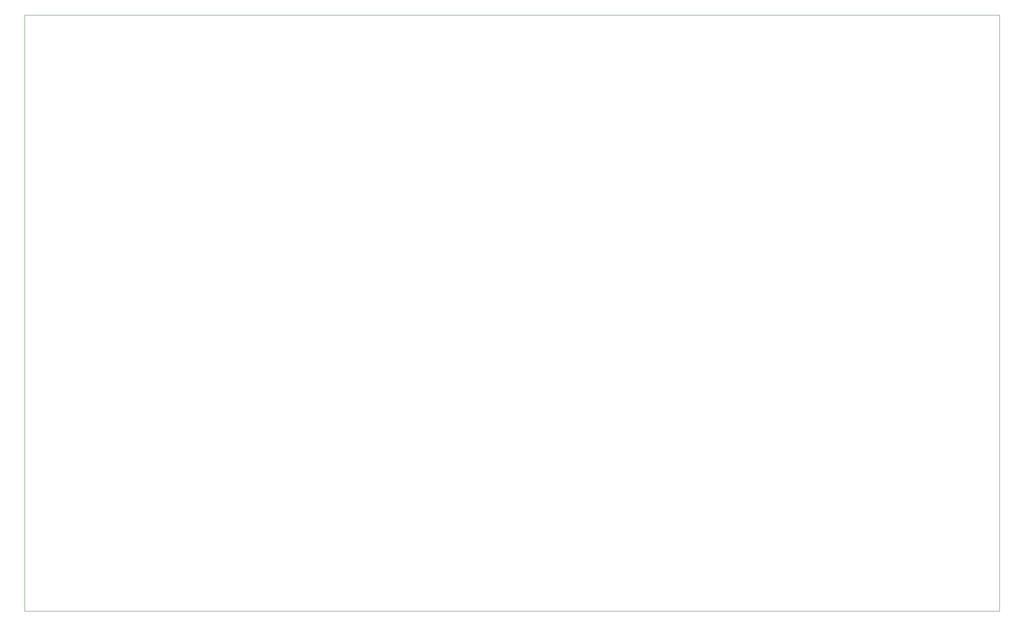
<source format=gbr>
%TF.GenerationSoftware,KiCad,Pcbnew,7.0.9*%
%TF.CreationDate,2023-12-04T17:05:14-06:00*%
%TF.ProjectId,sbc6120-rbc-front-panel,73626336-3132-4302-9d72-62632d66726f,1.0*%
%TF.SameCoordinates,Original*%
%TF.FileFunction,Profile,NP*%
%FSLAX46Y46*%
G04 Gerber Fmt 4.6, Leading zero omitted, Abs format (unit mm)*
G04 Created by KiCad (PCBNEW 7.0.9) date 2023-12-04 17:05:14*
%MOMM*%
%LPD*%
G01*
G04 APERTURE LIST*
%TA.AperFunction,Profile*%
%ADD10C,0.100000*%
%TD*%
G04 APERTURE END LIST*
D10*
X50800000Y-25400000D02*
X248920000Y-25400000D01*
X248920000Y-146685000D01*
X50800000Y-146685000D01*
X50800000Y-25400000D01*
M02*

</source>
